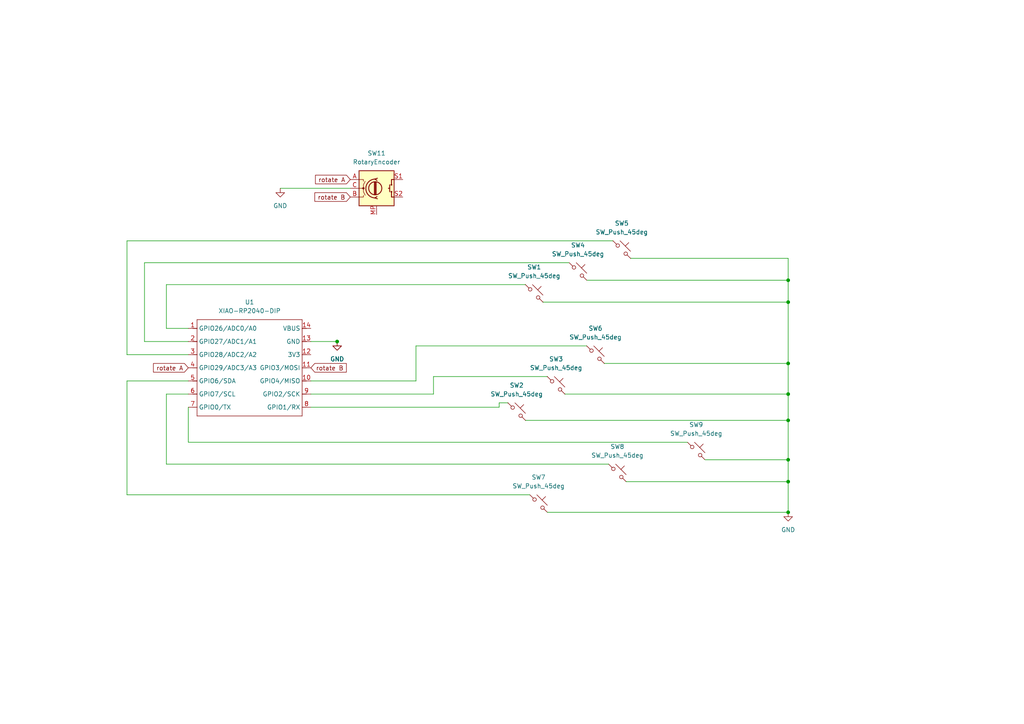
<source format=kicad_sch>
(kicad_sch (version 20241209) (generator "eeschema") (generator_version "8.99")
  (paper "A4")
  (lib_symbols
    (symbol "Device:RotaryEncoder_Switch_MP" (pin_names (offset 0.254) (hide yes))
      (property "Reference" "SW" (at 0 8.89 0))
      (property "Value" "RotaryEncoder_Switch_MP" (at 0 6.35 0))
      (symbol "RotaryEncoder_Switch_MP_0_1"
        (rectangle (start -5.08 5.08) (end 5.08 -5.08) (stroke (width 0.254)) (fill (type background)))
        (polyline (pts (xy -5.08 2.54) (xy -3.81 2.54) (xy -3.81 2.032)))
        (polyline (pts (xy -5.08 0) (xy -3.81 0) (xy -3.81 -1.016) (xy -3.302 -2.032)))
        (polyline (pts (xy -5.08 -2.54) (xy -3.81 -2.54) (xy -3.81 -2.032)))
        (polyline (pts (xy -4.318 0) (xy -3.81 0) (xy -3.81 1.016) (xy -3.302 2.032)))
        (circle (center -3.81 0) (radius 0.254) (fill (type outline)))
        (polyline (pts (xy -0.635 -1.778) (xy -0.635 1.778)) (stroke (width 0.254)))
        (circle (center -0.381 0) (radius 1.905) (stroke (width 0.254)))
        (polyline (pts (xy -0.381 -1.778) (xy -0.381 1.778)) (stroke (width 0.254)))
        (arc (start -0.381 -2.794) (mid -3.0988 -0.0635) (end -0.381 2.667) (stroke (width 0.254)))
        (polyline (pts (xy -0.127 1.778) (xy -0.127 -1.778)) (stroke (width 0.254)))
        (polyline (pts (xy 0.254 2.921) (xy -0.508 2.667) (xy 0.127 2.286)) (stroke (width 0.254)))
        (polyline (pts (xy 0.254 -3.048) (xy -0.508 -2.794) (xy 0.127 -2.413)) (stroke (width 0.254)))
        (polyline (pts (xy 3.81 1.016) (xy 3.81 -1.016)) (stroke (width 0.254)))
        (polyline (pts (xy 3.81 0) (xy 3.429 0)) (stroke (width 0.254)))
        (circle (center 4.318 1.016) (radius 0.127) (stroke (width 0.254)))
        (circle (center 4.318 -1.016) (radius 0.127) (stroke (width 0.254)))
        (polyline (pts (xy 5.08 2.54) (xy 4.318 2.54) (xy 4.318 1.016)) (stroke (width 0.254)))
        (polyline (pts (xy 5.08 -2.54) (xy 4.318 -2.54) (xy 4.318 -1.016)) (stroke (width 0.254)))
      )
      (symbol "RotaryEncoder_Switch_MP_1_1"
        (pin passive line (at -7.62 2.54 0) (length 2.54) (name "A") (number "A"))
        (pin passive line (at -7.62 0 0) (length 2.54) (name "C") (number "C"))
        (pin passive line (at -7.62 -2.54 0) (length 2.54) (name "B") (number "B"))
        (pin passive line (at 0 -7.62 90) (length 2.54) (name "MP") (number "MP"))
        (pin passive line (at 7.62 2.54 180) (length 2.54) (name "S1") (number "S1"))
        (pin passive line (at 7.62 -2.54 180) (length 2.54) (name "S2") (number "S2"))
      )
    )
    (symbol "OPL:XIAO-RP2040-DIP"
      (property "Reference" "U" (at 0 0 0))
      (property "Value" "XIAO-RP2040-DIP" (at 5.334 -1.778 0))
      (symbol "XIAO-RP2040-DIP_1_0"
        (polyline (pts (xy -1.27 -2.54) (xy 29.21 -2.54)) (stroke (width 0.1524)))
        (polyline (pts (xy -1.27 -5.08) (xy -2.54 -5.08)) (stroke (width 0.1524)))
        (polyline (pts (xy -1.27 -5.08) (xy -1.27 -2.54)) (stroke (width 0.1524)))
        (polyline (pts (xy -1.27 -8.89) (xy -2.54 -8.89)) (stroke (width 0.1524)))
        (polyline (pts (xy -1.27 -8.89) (xy -1.27 -5.08)) (stroke (width 0.1524)))
        (polyline (pts (xy -1.27 -12.7) (xy -1.27 -8.89)) (stroke (width 0.1524)))
        (polyline (pts (xy -1.27 -12.7) (xy -2.54 -12.7)) (stroke (width 0.1524)))
        (polyline (pts (xy -1.27 -16.51) (xy -2.54 -16.51)) (stroke (width 0.1524)))
        (polyline (pts (xy -1.27 -16.51) (xy -1.27 -12.7)) (stroke (width 0.1524)))
        (polyline (pts (xy -1.27 -20.32) (xy -2.54 -20.32)) (stroke (width 0.1524)))
        (polyline (pts (xy -1.27 -24.13) (xy -2.54 -24.13)) (stroke (width 0.1524)))
        (polyline (pts (xy -1.27 -27.94) (xy -2.54 -27.94)) (stroke (width 0.1524)))
        (polyline (pts (xy -1.27 -30.48) (xy -1.27 -16.51)) (stroke (width 0.1524)))
        (polyline (pts (xy 29.21 -2.54) (xy 29.21 -5.08)) (stroke (width 0.1524)))
        (polyline (pts (xy 29.21 -5.08) (xy 29.21 -8.89)) (stroke (width 0.1524)))
        (polyline (pts (xy 29.21 -8.89) (xy 29.21 -12.7)) (stroke (width 0.1524)))
        (polyline (pts (xy 29.21 -12.7) (xy 29.21 -30.48)) (stroke (width 0.1524)))
        (polyline (pts (xy 29.21 -30.48) (xy -1.27 -30.48)) (stroke (width 0.1524)))
        (polyline (pts (xy 30.48 -5.08) (xy 29.21 -5.08)) (stroke (width 0.1524)))
        (polyline (pts (xy 30.48 -8.89) (xy 29.21 -8.89)) (stroke (width 0.1524)))
        (polyline (pts (xy 30.48 -12.7) (xy 29.21 -12.7)) (stroke (width 0.1524)))
        (polyline (pts (xy 30.48 -16.51) (xy 29.21 -16.51)) (stroke (width 0.1524)))
        (polyline (pts (xy 30.48 -20.32) (xy 29.21 -20.32)) (stroke (width 0.1524)))
        (polyline (pts (xy 30.48 -24.13) (xy 29.21 -24.13)) (stroke (width 0.1524)))
        (polyline (pts (xy 30.48 -27.94) (xy 29.21 -27.94)) (stroke (width 0.1524)))
        (pin passive line (at -3.81 -5.08 0) (length 2.54) (name "GPIO26/ADC0/A0") (number "1"))
        (pin passive line (at -3.81 -8.89 0) (length 2.54) (name "GPIO27/ADC1/A1") (number "2"))
        (pin passive line (at -3.81 -12.7 0) (length 2.54) (name "GPIO28/ADC2/A2") (number "3"))
        (pin passive line (at -3.81 -16.51 0) (length 2.54) (name "GPIO29/ADC3/A3") (number "4"))
        (pin passive line (at -3.81 -20.32 0) (length 2.54) (name "GPIO6/SDA") (number "5"))
        (pin passive line (at -3.81 -24.13 0) (length 2.54) (name "GPIO7/SCL") (number "6"))
        (pin passive line (at -3.81 -27.94 0) (length 2.54) (name "GPIO0/TX") (number "7"))
        (pin passive line (at 31.75 -5.08 180) (length 2.54) (name "VBUS") (number "14"))
        (pin passive line (at 31.75 -8.89 180) (length 2.54) (name "GND") (number "13"))
        (pin passive line (at 31.75 -12.7 180) (length 2.54) (name "3V3") (number "12"))
        (pin passive line (at 31.75 -16.51 180) (length 2.54) (name "GPIO3/MOSI") (number "11"))
        (pin passive line (at 31.75 -20.32 180) (length 2.54) (name "GPIO4/MISO") (number "10"))
        (pin passive line (at 31.75 -24.13 180) (length 2.54) (name "GPIO2/SCK") (number "9"))
        (pin passive line (at 31.75 -27.94 180) (length 2.54) (name "GPIO1/RX") (number "8"))
      )
    )
    (symbol "Switch:SW_Push_45deg" (pin_numbers (hide yes)) (pin_names (offset 1.016) (hide yes))
      (property "Reference" "SW" (at 3.048 1.016 0))
      (property "Value" "SW_Push_45deg" (at 0 -3.81 0))
      (symbol "SW_Push_45deg_0_1"
        (polyline (pts (xy -2.54 2.54) (xy -1.524 1.524) (xy -1.524 1.524)))
        (circle (center -1.1684 1.1684) (radius 0.508))
        (polyline (pts (xy -0.508 2.54) (xy 2.54 -0.508)))
        (polyline (pts (xy 1.016 1.016) (xy 2.032 2.032)))
        (circle (center 1.143 -1.1938) (radius 0.508))
        (polyline (pts (xy 1.524 -1.524) (xy 2.54 -2.54) (xy 2.54 -2.54) (xy 2.54 -2.54)))
        (pin passive line (at -2.54 2.54 0) (length 0) (name "1") (number "1"))
        (pin passive line (at 2.54 -2.54 180) (length 0) (name "2") (number "2"))
      )
    )
    (symbol "power:GND" (power) (pin_numbers (hide yes)) (pin_names (offset 0) (hide yes))
      (property "Value" "GND" (at 0 -3.81 0))
      (symbol "GND_0_1"
        (polyline (pts (xy 0 0) (xy 0 -1.27) (xy 1.27 -1.27) (xy 0 -2.54) (xy -1.27 -1.27) (xy 0 -1.27)))
      )
      (symbol "GND_1_1"
        (pin power_in line (at 0 0 270) (length 0) (name "~") (number "1"))
      )
    )
  )
  (junction (at 228.6 133.35))
  (junction (at 228.6 148.59))
  (junction (at 97.79 99.06))
  (junction (at 228.6 121.92))
  (junction (at 228.6 114.3))
  (junction (at 228.6 139.7))
  (junction (at 228.6 87.63))
  (junction (at 228.6 105.41))
  (junction (at 228.6 81.28))
  (wire (pts (xy 228.6 133.35) (xy 228.6 139.7)))
  (wire (pts (xy 163.83 114.3) (xy 228.6 114.3)))
  (wire (pts (xy 120.65 100.33) (xy 170.18 100.33)))
  (wire (pts (xy 54.61 110.49) (xy 36.83 110.49)))
  (wire (pts (xy 36.83 110.49) (xy 36.83 143.51)))
  (wire (pts (xy 81.28 54.61) (xy 101.6 54.61)))
  (wire (pts (xy 54.61 114.3) (xy 48.26 114.3)))
  (wire (pts (xy 125.73 114.3) (xy 125.73 109.22)))
  (wire (pts (xy 228.6 87.63) (xy 228.6 105.41)))
  (wire (pts (xy 41.91 76.2) (xy 165.1 76.2)))
  (wire (pts (xy 228.6 148.59) (xy 158.75 148.59)))
  (wire (pts (xy 170.18 81.28) (xy 228.6 81.28)))
  (wire (pts (xy 125.73 109.22) (xy 158.75 109.22)))
  (wire (pts (xy 228.6 81.28) (xy 228.6 87.63)))
  (wire (pts (xy 182.88 74.93) (xy 228.6 74.93)))
  (wire (pts (xy 54.61 118.11) (xy 54.61 128.27)))
  (wire (pts (xy 36.83 143.51) (xy 153.67 143.51)))
  (wire (pts (xy 48.26 95.25) (xy 48.26 82.55)))
  (wire (pts (xy 36.83 69.85) (xy 177.8 69.85)))
  (wire (pts (xy 90.17 110.49) (xy 120.65 110.49)))
  (wire (pts (xy 41.91 99.06) (xy 41.91 76.2)))
  (wire (pts (xy 54.61 128.27) (xy 199.39 128.27)))
  (wire (pts (xy 36.83 102.87) (xy 36.83 69.85)))
  (wire (pts (xy 54.61 102.87) (xy 36.83 102.87)))
  (wire (pts (xy 228.6 114.3) (xy 228.6 121.92)))
  (wire (pts (xy 204.47 133.35) (xy 228.6 133.35)))
  (wire (pts (xy 181.61 139.7) (xy 228.6 139.7)))
  (wire (pts (xy 228.6 105.41) (xy 228.6 114.3)))
  (wire (pts (xy 48.26 114.3) (xy 48.26 134.62)))
  (wire (pts (xy 228.6 121.92) (xy 228.6 133.35)))
  (wire (pts (xy 48.26 82.55) (xy 152.4 82.55)))
  (wire (pts (xy 54.61 99.06) (xy 41.91 99.06)))
  (wire (pts (xy 144.78 116.84) (xy 144.78 118.11)))
  (wire (pts (xy 120.65 110.49) (xy 120.65 100.33)))
  (wire (pts (xy 144.78 116.84) (xy 147.32 116.84)))
  (wire (pts (xy 152.4 121.92) (xy 228.6 121.92)))
  (wire (pts (xy 144.78 118.11) (xy 90.17 118.11)))
  (wire (pts (xy 228.6 74.93) (xy 228.6 81.28)))
  (wire (pts (xy 90.17 99.06) (xy 97.79 99.06)))
  (wire (pts (xy 157.48 87.63) (xy 228.6 87.63)))
  (wire (pts (xy 228.6 139.7) (xy 228.6 148.59)))
  (wire (pts (xy 48.26 134.62) (xy 176.53 134.62)))
  (wire (pts (xy 54.61 95.25) (xy 48.26 95.25)))
  (wire (pts (xy 90.17 114.3) (xy 125.73 114.3)))
  (wire (pts (xy 175.26 105.41) (xy 228.6 105.41)))
  (global_label "rotate B" (shape input) (at 90.17 106.68 0) (property "Intersheetrefs" "${INTERSHEET_REFS}" (effects (hide yes))))
  (global_label "rotate A" (shape input) (at 54.61 106.68 180) (property "Intersheetrefs" "${INTERSHEET_REFS}" (effects (hide yes))))
  (global_label "rotate B" (shape input) (at 101.6 57.15 180) (property "Intersheetrefs" "${INTERSHEET_REFS}" (effects (hide yes))))
  (global_label "rotate A" (shape input) (at 101.6 52.07 180) (property "Intersheetrefs" "${INTERSHEET_REFS}" (effects (hide yes))))
  (symbol (lib_id "power:GND") (at 81.28 54.61 0) (unit 1)
    (property "Reference" "#PWR04" (effects (hide yes)))
    (property "Value" "GND" (at 81.28 59.69 0))
    (property "Description" "Power symbol creates a global label with name \"GND\" , ground" (effects (hide yes)))
  )
  (symbol (lib_id "Switch:SW_Push_45deg") (at 149.86 119.38 0) (unit 1)
    (property "Reference" "SW2" (at 149.86 111.76 0))
    (property "Value" "SW_Push_45deg" (at 149.86 114.3 0))
    (property "Footprint" "ScottoKeebs_MX:MX_PCB_1.00u" (effects (hide yes)))
    (property "Description" "Push button switch, normally open, two pins, 45° tilted" (effects (hide yes)))
  )
  (symbol (lib_id "Switch:SW_Push_45deg") (at 179.07 137.16 0) (unit 1)
    (property "Reference" "SW8" (at 179.07 129.54 0))
    (property "Value" "SW_Push_45deg" (at 179.07 132.08 0))
    (property "Footprint" "ScottoKeebs_MX:MX_PCB_1.00u" (effects (hide yes)))
    (property "Description" "Push button switch, normally open, two pins, 45° tilted" (effects (hide yes)))
  )
  (symbol (lib_id "Switch:SW_Push_45deg") (at 161.29 111.76 0) (unit 1)
    (property "Reference" "SW3" (at 161.29 104.14 0))
    (property "Value" "SW_Push_45deg" (at 161.29 106.68 0))
    (property "Footprint" "ScottoKeebs_MX:MX_PCB_1.00u" (effects (hide yes)))
    (property "Description" "Push button switch, normally open, two pins, 45° tilted" (effects (hide yes)))
  )
  (symbol (lib_id "power:GND") (at 228.6 148.59 0) (unit 1)
    (property "Reference" "#PWR03" (effects (hide yes)))
    (property "Value" "GND" (at 228.6 153.67 0))
    (property "Description" "Power symbol creates a global label with name \"GND\" , ground" (effects (hide yes)))
  )
  (symbol (lib_id "Device:RotaryEncoder_Switch_MP") (at 109.22 54.61 0) (unit 1)
    (property "Reference" "SW11" (at 109.22 44.45 0))
    (property "Value" "RotaryEncoder" (at 109.22 46.99 0))
    (property "Footprint" "Rotary_Encoder:RotaryEncoder_Alps_EC11E-Switch_Vertical_H20mm" (effects (hide yes)))
    (property "Description" "Rotary encoder, dual channel, incremental quadrate outputs, with switch and MP Pin" (effects (hide yes)))
  )
  (symbol (lib_id "power:GND") (at 97.79 99.06 0) (unit 1)
    (property "Reference" "#PWR02" (effects (hide yes)))
    (property "Value" "GND" (at 97.79 104.14 0))
    (property "Description" "Power symbol creates a global label with name \"GND\" , ground" (effects (hide yes)))
  )
  (symbol (lib_id "Switch:SW_Push_45deg") (at 180.34 72.39 0) (unit 1)
    (property "Reference" "SW5" (at 180.34 64.77 0))
    (property "Value" "SW_Push_45deg" (at 180.34 67.31 0))
    (property "Footprint" "ScottoKeebs_MX:MX_PCB_1.00u" (effects (hide yes)))
    (property "Description" "Push button switch, normally open, two pins, 45° tilted" (effects (hide yes)))
  )
  (symbol (lib_id "power:GND") (at 97.79 99.06 0) (unit 1)
    (property "Reference" "#PWR01" (effects (hide yes)))
    (property "Value" "GND" (at 97.79 104.14 0))
    (property "Description" "Power symbol creates a global label with name \"GND\" , ground" (effects (hide yes)))
  )
  (symbol (lib_id "Switch:SW_Push_45deg") (at 156.21 146.05 0) (unit 1)
    (property "Reference" "SW7" (at 156.21 138.43 0))
    (property "Value" "SW_Push_45deg" (at 156.21 140.97 0))
    (property "Footprint" "ScottoKeebs_MX:MX_PCB_1.00u" (effects (hide yes)))
    (property "Description" "Push button switch, normally open, two pins, 45° tilted" (effects (hide yes)))
  )
  (symbol (lib_id "Switch:SW_Push_45deg") (at 154.94 85.09 0) (unit 1)
    (property "Reference" "SW1" (at 154.94 77.47 0))
    (property "Value" "SW_Push_45deg" (at 154.94 80.01 0))
    (property "Footprint" "ScottoKeebs_MX:MX_PCB_1.00u" (effects (hide yes)))
    (property "Description" "Push button switch, normally open, two pins, 45° tilted" (effects (hide yes)))
  )
  (symbol (lib_id "OPL:XIAO-RP2040-DIP") (at 58.42 90.17 0) (unit 1)
    (property "Reference" "U1" (at 72.39 87.63 0))
    (property "Value" "XIAO-RP2040-DIP" (at 72.39 90.17 0))
    (property "Footprint" "OPL:XIAO-RP2040-DIP" (effects (hide yes)))
  )
  (symbol (lib_id "Switch:SW_Push_45deg") (at 172.72 102.87 0) (unit 1)
    (property "Reference" "SW6" (at 172.72 95.25 0))
    (property "Value" "SW_Push_45deg" (at 172.72 97.79 0))
    (property "Footprint" "ScottoKeebs_MX:MX_PCB_1.00u" (effects (hide yes)))
    (property "Description" "Push button switch, normally open, two pins, 45° tilted" (effects (hide yes)))
  )
  (symbol (lib_id "Switch:SW_Push_45deg") (at 167.64 78.74 0) (unit 1)
    (property "Reference" "SW4" (at 167.64 71.12 0))
    (property "Value" "SW_Push_45deg" (at 167.64 73.66 0))
    (property "Footprint" "ScottoKeebs_MX:MX_PCB_1.00u" (effects (hide yes)))
    (property "Description" "Push button switch, normally open, two pins, 45° tilted" (effects (hide yes)))
  )
  (symbol (lib_id "Switch:SW_Push_45deg") (at 201.93 130.81 0) (unit 1)
    (property "Reference" "SW9" (at 201.93 123.19 0))
    (property "Value" "SW_Push_45deg" (at 201.93 125.73 0))
    (property "Footprint" "ScottoKeebs_MX:MX_PCB_1.00u" (effects (hide yes)))
    (property "Description" "Push button switch, normally open, two pins, 45° tilted" (effects (hide yes)))
  )
)
</source>
